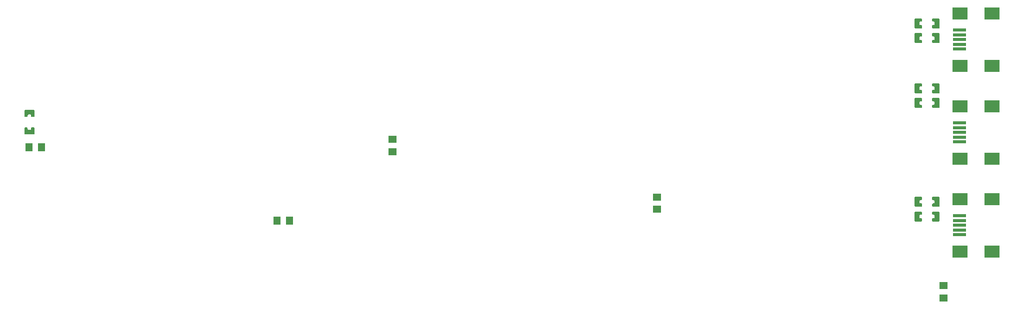
<source format=gtp>
G04 Layer: TopPasteMaskLayer*
G04 EasyEDA v6.5.34, 2023-09-07 22:36:22*
G04 6936e88fb932453b8581c8861ee1522a,0b3e81c085af431c91bff7fd5324728f,10*
G04 Gerber Generator version 0.2*
G04 Scale: 100 percent, Rotated: No, Reflected: No *
G04 Dimensions in millimeters *
G04 leading zeros omitted , absolute positions ,4 integer and 5 decimal *
%FSLAX45Y45*%
%MOMM*%

%ADD10R,1.3005X1.3995*%
%ADD11R,1.3995X1.3005*%
%ADD12R,2.2500X0.5000*%
%ADD13R,2.5000X2.0000*%

%LPD*%
G36*
X17626736Y3660038D02*
G01*
X17616728Y3650030D01*
X17616728Y3499967D01*
X17626736Y3489960D01*
X17727472Y3489960D01*
X17737480Y3499967D01*
X17737480Y3536086D01*
X17727472Y3546094D01*
X17706390Y3546094D01*
X17696383Y3556050D01*
X17696383Y3593896D01*
X17706390Y3603904D01*
X17727472Y3603904D01*
X17737480Y3613912D01*
X17737480Y3650030D01*
X17727472Y3660038D01*
G37*
G36*
X17922443Y3660038D02*
G01*
X17912486Y3650030D01*
X17912486Y3613912D01*
X17922443Y3603904D01*
X17943525Y3603904D01*
X17953532Y3593896D01*
X17953532Y3556050D01*
X17943525Y3546094D01*
X17922443Y3546094D01*
X17912486Y3536086D01*
X17912486Y3499967D01*
X17922443Y3489960D01*
X18023230Y3489960D01*
X18033238Y3499967D01*
X18033238Y3650030D01*
X18023230Y3660038D01*
G37*
G36*
X17626736Y3910025D02*
G01*
X17616728Y3900017D01*
X17616728Y3749954D01*
X17626736Y3739946D01*
X17727472Y3739946D01*
X17737480Y3749954D01*
X17737480Y3786073D01*
X17727472Y3796080D01*
X17706390Y3796080D01*
X17696383Y3806088D01*
X17696383Y3843934D01*
X17706390Y3853891D01*
X17727472Y3853891D01*
X17737480Y3863898D01*
X17737480Y3900017D01*
X17727472Y3910025D01*
G37*
G36*
X17922443Y3910025D02*
G01*
X17912486Y3900017D01*
X17912486Y3863898D01*
X17922443Y3853891D01*
X17943525Y3853891D01*
X17953532Y3843934D01*
X17953532Y3806088D01*
X17943525Y3796080D01*
X17922443Y3796080D01*
X17912486Y3786073D01*
X17912486Y3749954D01*
X17922443Y3739946D01*
X18023230Y3739946D01*
X18033238Y3749954D01*
X18033238Y3900017D01*
X18023230Y3910025D01*
G37*
G36*
X17626736Y6685025D02*
G01*
X17616728Y6675018D01*
X17616728Y6524955D01*
X17626736Y6514947D01*
X17727472Y6514947D01*
X17737480Y6524955D01*
X17737480Y6561074D01*
X17727472Y6571081D01*
X17706390Y6571081D01*
X17696383Y6581089D01*
X17696383Y6618884D01*
X17706390Y6628892D01*
X17727472Y6628892D01*
X17737480Y6638899D01*
X17737480Y6675018D01*
X17727472Y6685025D01*
G37*
G36*
X17922443Y6685025D02*
G01*
X17912486Y6675018D01*
X17912486Y6638899D01*
X17922443Y6628892D01*
X17943525Y6628892D01*
X17953532Y6618884D01*
X17953532Y6581089D01*
X17943525Y6571081D01*
X17922443Y6571081D01*
X17912486Y6561074D01*
X17912486Y6524955D01*
X17922443Y6514947D01*
X18023230Y6514947D01*
X18033238Y6524955D01*
X18033238Y6675018D01*
X18023230Y6685025D01*
G37*
G36*
X17626736Y6935012D02*
G01*
X17616728Y6925056D01*
X17616728Y6774942D01*
X17626736Y6764934D01*
X17727472Y6764934D01*
X17737480Y6774942D01*
X17737480Y6811060D01*
X17727472Y6821068D01*
X17706390Y6821068D01*
X17696383Y6831075D01*
X17696383Y6868922D01*
X17706390Y6878878D01*
X17727472Y6878878D01*
X17737480Y6888886D01*
X17737480Y6925056D01*
X17727472Y6935012D01*
G37*
G36*
X17922443Y6935012D02*
G01*
X17912486Y6925056D01*
X17912486Y6888886D01*
X17922443Y6878878D01*
X17943525Y6878878D01*
X17953532Y6868922D01*
X17953532Y6831075D01*
X17943525Y6821068D01*
X17922443Y6821068D01*
X17912486Y6811060D01*
X17912486Y6774942D01*
X17922443Y6764934D01*
X18023230Y6764934D01*
X18033238Y6774942D01*
X18033238Y6925056D01*
X18023230Y6935012D01*
G37*
G36*
X2549956Y5383225D02*
G01*
X2539949Y5373217D01*
X2539949Y5272481D01*
X2549956Y5262473D01*
X2586075Y5262473D01*
X2596083Y5272481D01*
X2596083Y5293563D01*
X2606090Y5303520D01*
X2643936Y5303520D01*
X2653893Y5293563D01*
X2653893Y5272481D01*
X2663901Y5262473D01*
X2700020Y5262473D01*
X2710027Y5272481D01*
X2710027Y5373217D01*
X2700020Y5383225D01*
G37*
G36*
X2549956Y5087467D02*
G01*
X2539949Y5077510D01*
X2539949Y4976723D01*
X2549956Y4966716D01*
X2700020Y4966716D01*
X2710027Y4976723D01*
X2710027Y5077510D01*
X2700020Y5087467D01*
X2663901Y5087467D01*
X2653893Y5077510D01*
X2653893Y5056428D01*
X2643936Y5046421D01*
X2606090Y5046421D01*
X2596083Y5056428D01*
X2596083Y5077510D01*
X2586075Y5087467D01*
G37*
G36*
X17626736Y5585053D02*
G01*
X17616728Y5575046D01*
X17616728Y5424932D01*
X17626736Y5414924D01*
X17727472Y5414924D01*
X17737480Y5424932D01*
X17737480Y5461050D01*
X17727472Y5471058D01*
X17706390Y5471058D01*
X17696383Y5481066D01*
X17696383Y5518912D01*
X17706390Y5528919D01*
X17727472Y5528919D01*
X17737480Y5538927D01*
X17737480Y5575046D01*
X17727472Y5585053D01*
G37*
G36*
X17922443Y5585053D02*
G01*
X17912486Y5575046D01*
X17912486Y5538927D01*
X17922443Y5528919D01*
X17943525Y5528919D01*
X17953532Y5518912D01*
X17953532Y5481066D01*
X17943525Y5471058D01*
X17922443Y5471058D01*
X17912486Y5461050D01*
X17912486Y5424932D01*
X17922443Y5414924D01*
X18023230Y5414924D01*
X18033238Y5424932D01*
X18033238Y5575046D01*
X18023230Y5585053D01*
G37*
G36*
X17626736Y5835040D02*
G01*
X17616728Y5825032D01*
X17616728Y5674918D01*
X17626736Y5664962D01*
X17727472Y5664962D01*
X17737480Y5674918D01*
X17737480Y5711088D01*
X17727472Y5721096D01*
X17706390Y5721096D01*
X17696383Y5731052D01*
X17696383Y5768898D01*
X17706390Y5778906D01*
X17727472Y5778906D01*
X17737480Y5788914D01*
X17737480Y5825032D01*
X17727472Y5835040D01*
G37*
G36*
X17922443Y5835040D02*
G01*
X17912486Y5825032D01*
X17912486Y5788914D01*
X17922443Y5778906D01*
X17943525Y5778906D01*
X17953532Y5768898D01*
X17953532Y5731052D01*
X17943525Y5721096D01*
X17922443Y5721096D01*
X17912486Y5711088D01*
X17912486Y5674918D01*
X17922443Y5664962D01*
X18023230Y5664962D01*
X18033238Y5674918D01*
X18033238Y5825032D01*
X18023230Y5835040D01*
G37*
D10*
G01*
X6819976Y3499987D03*
G01*
X7030034Y3499987D03*
G01*
X2619959Y4749998D03*
G01*
X2830017Y4749998D03*
D11*
G01*
X13249986Y3694958D03*
G01*
X13249986Y3905016D03*
G01*
X18099989Y2195062D03*
G01*
X18099989Y2405120D03*
G01*
X8774988Y4669962D03*
G01*
X8774988Y4880020D03*
D12*
G01*
X18371210Y3264987D03*
G01*
X18371210Y3344971D03*
G01*
X18371210Y3424981D03*
G01*
X18371210Y3504991D03*
G01*
X18371210Y3584976D03*
D13*
G01*
X18383707Y2979973D03*
G01*
X18383707Y3869989D03*
G01*
X18928715Y2979973D03*
G01*
X18928715Y3869989D03*
D12*
G01*
X18371210Y4839990D03*
G01*
X18371210Y4919974D03*
G01*
X18371210Y4999984D03*
G01*
X18371210Y5079969D03*
G01*
X18371210Y5159979D03*
D13*
G01*
X18383707Y4554976D03*
G01*
X18383707Y5444967D03*
G01*
X18928715Y4554976D03*
G01*
X18928715Y5444992D03*
D12*
G01*
X18371210Y6414968D03*
G01*
X18371210Y6494978D03*
G01*
X18371210Y6574988D03*
G01*
X18371210Y6654972D03*
G01*
X18371210Y6734982D03*
D13*
G01*
X18383707Y6129980D03*
G01*
X18383707Y7019970D03*
G01*
X18928715Y6129980D03*
G01*
X18928715Y7019970D03*
M02*

</source>
